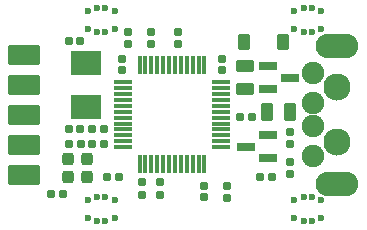
<source format=gbr>
G04 #@! TF.GenerationSoftware,KiCad,Pcbnew,6.0.6+dfsg-1*
G04 #@! TF.CreationDate,2022-07-17T16:52:43+08:00*
G04 #@! TF.ProjectId,stlink,73746c69-6e6b-42e6-9b69-6361645f7063,d*
G04 #@! TF.SameCoordinates,Original*
G04 #@! TF.FileFunction,Soldermask,Top*
G04 #@! TF.FilePolarity,Negative*
%FSLAX46Y46*%
G04 Gerber Fmt 4.6, Leading zero omitted, Abs format (unit mm)*
G04 Created by KiCad (PCBNEW 6.0.6+dfsg-1) date 2022-07-17 16:52:43*
%MOMM*%
%LPD*%
G01*
G04 APERTURE LIST*
G04 Aperture macros list*
%AMRoundRect*
0 Rectangle with rounded corners*
0 $1 Rounding radius*
0 $2 $3 $4 $5 $6 $7 $8 $9 X,Y pos of 4 corners*
0 Add a 4 corners polygon primitive as box body*
4,1,4,$2,$3,$4,$5,$6,$7,$8,$9,$2,$3,0*
0 Add four circle primitives for the rounded corners*
1,1,$1+$1,$2,$3*
1,1,$1+$1,$4,$5*
1,1,$1+$1,$6,$7*
1,1,$1+$1,$8,$9*
0 Add four rect primitives between the rounded corners*
20,1,$1+$1,$2,$3,$4,$5,0*
20,1,$1+$1,$4,$5,$6,$7,0*
20,1,$1+$1,$6,$7,$8,$9,0*
20,1,$1+$1,$8,$9,$2,$3,0*%
G04 Aperture macros list end*
%ADD10RoundRect,0.200000X-0.587500X-0.150000X0.587500X-0.150000X0.587500X0.150000X-0.587500X0.150000X0*%
%ADD11RoundRect,0.300000X0.250000X0.475000X-0.250000X0.475000X-0.250000X-0.475000X0.250000X-0.475000X0*%
%ADD12RoundRect,0.300000X0.475000X-0.250000X0.475000X0.250000X-0.475000X0.250000X-0.475000X-0.250000X0*%
%ADD13RoundRect,0.185000X0.135000X0.185000X-0.135000X0.185000X-0.135000X-0.185000X0.135000X-0.185000X0*%
%ADD14RoundRect,0.190000X0.170000X-0.140000X0.170000X0.140000X-0.170000X0.140000X-0.170000X-0.140000X0*%
%ADD15RoundRect,0.190000X-0.170000X0.140000X-0.170000X-0.140000X0.170000X-0.140000X0.170000X0.140000X0*%
%ADD16RoundRect,0.190000X0.140000X0.170000X-0.140000X0.170000X-0.140000X-0.170000X0.140000X-0.170000X0*%
%ADD17RoundRect,0.190000X-0.140000X-0.170000X0.140000X-0.170000X0.140000X0.170000X-0.140000X0.170000X0*%
%ADD18RoundRect,0.268750X-0.218750X-0.256250X0.218750X-0.256250X0.218750X0.256250X-0.218750X0.256250X0*%
%ADD19RoundRect,0.185000X-0.135000X-0.185000X0.135000X-0.185000X0.135000X0.185000X-0.135000X0.185000X0*%
%ADD20RoundRect,0.050000X-0.450000X-0.600000X0.450000X-0.600000X0.450000X0.600000X-0.450000X0.600000X0*%
%ADD21RoundRect,0.125000X-0.662500X-0.075000X0.662500X-0.075000X0.662500X0.075000X-0.662500X0.075000X0*%
%ADD22RoundRect,0.125000X-0.075000X-0.662500X0.075000X-0.662500X0.075000X0.662500X-0.075000X0.662500X0*%
%ADD23C,1.900000*%
%ADD24O,3.600000X2.100000*%
%ADD25C,2.300000*%
%ADD26RoundRect,0.185000X-0.185000X0.135000X-0.185000X-0.135000X0.185000X-0.135000X0.185000X0.135000X0*%
%ADD27RoundRect,0.185000X0.185000X-0.135000X0.185000X0.135000X-0.185000X0.135000X-0.185000X-0.135000X0*%
%ADD28C,0.600000*%
%ADD29RoundRect,0.200000X0.587500X0.150000X-0.587500X0.150000X-0.587500X-0.150000X0.587500X-0.150000X0*%
%ADD30RoundRect,0.050000X-1.200000X1.000000X-1.200000X-1.000000X1.200000X-1.000000X1.200000X1.000000X0*%
%ADD31RoundRect,0.050000X1.270000X0.762000X-1.270000X0.762000X-1.270000X-0.762000X1.270000X-0.762000X0*%
G04 APERTURE END LIST*
D10*
G04 #@! TO.C,U1*
X131142500Y-85918000D03*
X131142500Y-87818000D03*
X133017500Y-86868000D03*
G04 #@! TD*
D11*
G04 #@! TO.C,C4*
X132950000Y-89750000D03*
X131050000Y-89750000D03*
G04 #@! TD*
D12*
G04 #@! TO.C,C5*
X129200000Y-87818000D03*
X129200000Y-85918000D03*
G04 #@! TD*
D13*
G04 #@! TO.C,R3*
X129760000Y-90200000D03*
X128740000Y-90200000D03*
G04 #@! TD*
D14*
G04 #@! TO.C,C6*
X118750000Y-86230000D03*
X118750000Y-85270000D03*
G04 #@! TD*
G04 #@! TO.C,C7*
X127250000Y-86230000D03*
X127250000Y-85270000D03*
G04 #@! TD*
D15*
G04 #@! TO.C,C8*
X125730000Y-97000000D03*
X125730000Y-96040000D03*
G04 #@! TD*
D16*
G04 #@! TO.C,C9*
X117230000Y-92500000D03*
X116270000Y-92500000D03*
G04 #@! TD*
G04 #@! TO.C,C2*
X115230000Y-83750000D03*
X114270000Y-83750000D03*
G04 #@! TD*
D17*
G04 #@! TO.C,C3*
X114270000Y-91250000D03*
X115230000Y-91250000D03*
G04 #@! TD*
D18*
G04 #@! TO.C,D2*
X114212500Y-95250000D03*
X115787500Y-95250000D03*
G04 #@! TD*
G04 #@! TO.C,D3*
X114212500Y-93750000D03*
X115787500Y-93750000D03*
G04 #@! TD*
D19*
G04 #@! TO.C,R12*
X117490000Y-95250000D03*
X118510000Y-95250000D03*
G04 #@! TD*
D20*
G04 #@! TO.C,D1*
X129100000Y-83820000D03*
X132400000Y-83820000D03*
G04 #@! TD*
D21*
G04 #@! TO.C,U2*
X118837500Y-87250000D03*
X118837500Y-87750000D03*
X118837500Y-88250000D03*
X118837500Y-88750000D03*
X118837500Y-89250000D03*
X118837500Y-89750000D03*
X118837500Y-90250000D03*
X118837500Y-90750000D03*
X118837500Y-91250000D03*
X118837500Y-91750000D03*
X118837500Y-92250000D03*
X118837500Y-92750000D03*
D22*
X120250000Y-94162500D03*
X120750000Y-94162500D03*
X121250000Y-94162500D03*
X121750000Y-94162500D03*
X122250000Y-94162500D03*
X122750000Y-94162500D03*
X123250000Y-94162500D03*
X123750000Y-94162500D03*
X124250000Y-94162500D03*
X124750000Y-94162500D03*
X125250000Y-94162500D03*
X125750000Y-94162500D03*
D21*
X127162500Y-92750000D03*
X127162500Y-92250000D03*
X127162500Y-91750000D03*
X127162500Y-91250000D03*
X127162500Y-90750000D03*
X127162500Y-90250000D03*
X127162500Y-89750000D03*
X127162500Y-89250000D03*
X127162500Y-88750000D03*
X127162500Y-88250000D03*
X127162500Y-87750000D03*
X127162500Y-87250000D03*
D22*
X125750000Y-85837500D03*
X125250000Y-85837500D03*
X124750000Y-85837500D03*
X124250000Y-85837500D03*
X123750000Y-85837500D03*
X123250000Y-85837500D03*
X122750000Y-85837500D03*
X122250000Y-85837500D03*
X121750000Y-85837500D03*
X121250000Y-85837500D03*
X120750000Y-85837500D03*
X120250000Y-85837500D03*
G04 #@! TD*
D23*
G04 #@! TO.C,J1*
X134900000Y-86500000D03*
X134900000Y-89000000D03*
X134900000Y-91000000D03*
X134900000Y-93500000D03*
D24*
X137000000Y-95850000D03*
X137000000Y-84150000D03*
D25*
X137000000Y-92300000D03*
X137000000Y-87700000D03*
G04 #@! TD*
D16*
G04 #@! TO.C,C1*
X117230000Y-91250000D03*
X116270000Y-91250000D03*
G04 #@! TD*
D13*
G04 #@! TO.C,R1*
X115260000Y-92500000D03*
X114240000Y-92500000D03*
G04 #@! TD*
D26*
G04 #@! TO.C,R2*
X123500000Y-82990000D03*
X123500000Y-84010000D03*
G04 #@! TD*
D27*
G04 #@! TO.C,R9*
X127635000Y-97030000D03*
X127635000Y-96010000D03*
G04 #@! TD*
D28*
G04 #@! TO.C,H1*
X118150000Y-81250000D03*
X115850000Y-82750000D03*
X116650000Y-81000000D03*
X117350000Y-81000000D03*
X115850000Y-81250000D03*
X118150000Y-82750000D03*
X116650000Y-83000000D03*
X117350000Y-83000000D03*
G04 #@! TD*
G04 #@! TO.C,H2*
X116650000Y-97000000D03*
X117350000Y-99000000D03*
X115850000Y-97250000D03*
X117350000Y-97000000D03*
X115850000Y-98750000D03*
X118150000Y-97250000D03*
X116650000Y-99000000D03*
X118150000Y-98750000D03*
G04 #@! TD*
G04 #@! TO.C,H3*
X134150000Y-81000000D03*
X133350000Y-81250000D03*
X135650000Y-82750000D03*
X134150000Y-83000000D03*
X135650000Y-81250000D03*
X134850000Y-83000000D03*
X134850000Y-81000000D03*
X133350000Y-82750000D03*
G04 #@! TD*
G04 #@! TO.C,H4*
X135650000Y-98750000D03*
X133350000Y-98750000D03*
X135650000Y-97250000D03*
X134150000Y-97000000D03*
X134850000Y-99000000D03*
X133350000Y-97250000D03*
X134850000Y-97000000D03*
X134150000Y-99000000D03*
G04 #@! TD*
D29*
G04 #@! TO.C,Q1*
X131112500Y-93660000D03*
X131112500Y-91760000D03*
X129237500Y-92710000D03*
G04 #@! TD*
D27*
G04 #@! TO.C,R4*
X133000000Y-92510000D03*
X133000000Y-91490000D03*
G04 #@! TD*
G04 #@! TO.C,R5*
X133000000Y-95010000D03*
X133000000Y-93990000D03*
G04 #@! TD*
D26*
G04 #@! TO.C,R7*
X121250000Y-82990000D03*
X121250000Y-84010000D03*
G04 #@! TD*
G04 #@! TO.C,R8*
X119250000Y-82990000D03*
X119250000Y-84010000D03*
G04 #@! TD*
G04 #@! TO.C,R10*
X122000000Y-95740000D03*
X122000000Y-96760000D03*
G04 #@! TD*
D19*
G04 #@! TO.C,R6*
X130490000Y-95250000D03*
X131510000Y-95250000D03*
G04 #@! TD*
D30*
G04 #@! TO.C,Y1*
X115750000Y-85650000D03*
X115750000Y-89350000D03*
G04 #@! TD*
D13*
G04 #@! TO.C,R13*
X113810000Y-96750000D03*
X112790000Y-96750000D03*
G04 #@! TD*
D27*
G04 #@! TO.C,R11*
X120500000Y-96760000D03*
X120500000Y-95740000D03*
G04 #@! TD*
D31*
G04 #@! TO.C,J2*
X110500000Y-84920000D03*
X110500000Y-87460000D03*
X110500000Y-90000000D03*
X110500000Y-92540000D03*
X110500000Y-95080000D03*
G04 #@! TD*
M02*

</source>
